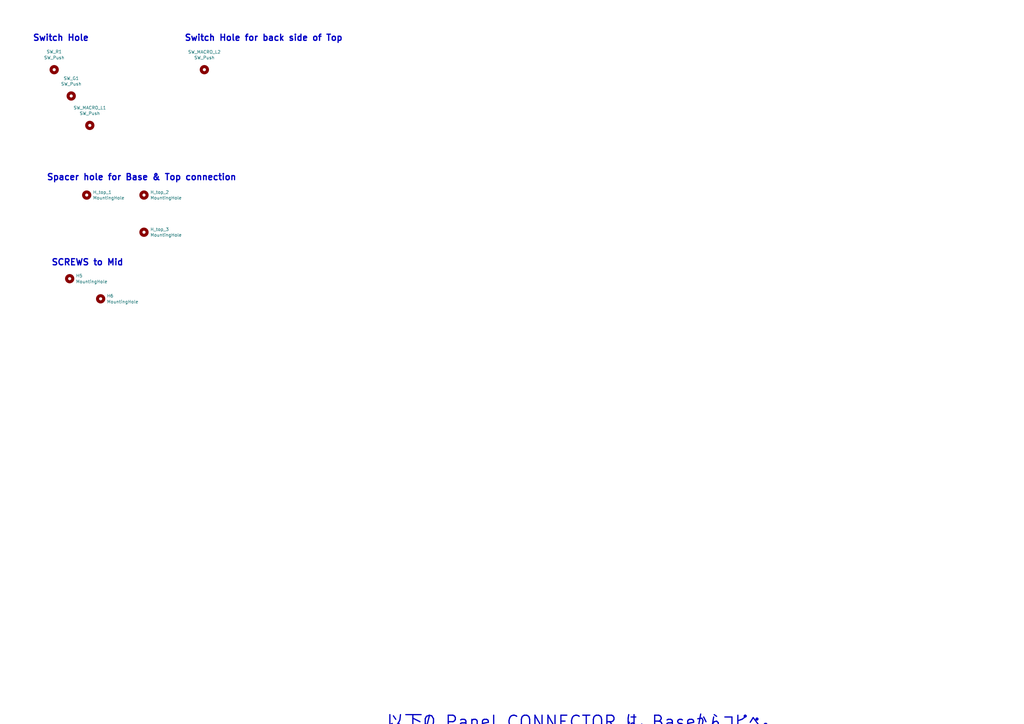
<source format=kicad_sch>
(kicad_sch (version 20231120) (generator "eeschema") (generator_version "8.0")
  (paper "A3")
  (title_block (title "Sandy") (date "2023-01-04") (rev "v.0") (company "@jpskenn"))
  (lib_symbols
    (symbol "Mechanical:MountingHole" (pin_names (offset 1.016)) (exclude_from_sim yes) (in_bom no)
      (property "Reference" "H" (at 0 5.08 0))
      (property "Value" "MountingHole" (at 0 3.175 0))
      (symbol "MountingHole_0_1"
        (circle (center 0 0) (radius 1.27) (stroke (width 1.27)))
      )
    )
  )
  (bus_alias "def-a" (members "row0" "row5" "col0" "col1"))
  (text "Switch Hole for back side of Top" (at 75.565 17.145 0) (effects (font (size 2.54 2.54) (thickness 0.508) (bold yes)) (justify left bottom)))
  (text "以下の Panel CONNECTOR は、Baseからコピペ。\nERCの警告「別パネルのラベルがどこにも接続されていない」は、無視してOK。\n\n！！！他の警告（ラベルかぶりとか）は、しっかりチェックせよ！！！" (at 158.115 323.85 0) (effects (font (size 5.08 5.08) (thickness 0.508) (bold yes)) (justify left bottom)))
  (text "SCREWS to Mid" (at 20.955 109.22 0) (effects (font (size 2.54 2.54) (thickness 0.508) (bold yes)) (justify left bottom)))
  (text "Spacer hole for Base & Top connection" (at 19.05 74.295 0) (effects (font (size 2.54 2.54) (thickness 0.508) (bold yes)) (justify left bottom)))
  (text "Switch Hole" (at 13.335 17.145 0) (effects (font (size 2.54 2.54) (thickness 0.508) (bold yes)) (justify left bottom)))
  (symbol (lib_id "Mechanical:MountingHole") (at 83.82 28.575 0) (unit 1) (exclude_from_sim yes) (in_bom no)
    (property "Reference" "SW_MACRO_L2" (at 83.82 21.336 0))
    (property "Value" "SW_Push" (at 83.82 23.6474 0))
    (property "Footprint" "locallib:MX-Switch-Hole-with-narrow-frame" (effects (hide yes)))
    (property "Description" "Mounting Hole without connection" (effects (hide yes)))
  )
  (symbol (lib_id "Mechanical:MountingHole") (at 59.055 95.25 0) (unit 1) (exclude_from_sim yes) (in_bom no)
    (property "Reference" "H_top_3" (at 61.595 94.0816 0) (effects (justify left)))
    (property "Value" "MountingHole" (at 61.595 96.393 0) (effects (justify left)))
    (property "Footprint" "MountingHole:MountingHole_4.3mm_M4" (effects (hide yes)))
    (property "Description" "Mounting Hole without connection" (effects (hide yes)))
  )
  (symbol (lib_id "Mechanical:MountingHole") (at 22.225 28.575 0) (unit 1) (exclude_from_sim yes) (in_bom no)
    (property "Reference" "SW_R1" (at 22.225 21.209 0))
    (property "Value" "SW_Push" (at 22.225 23.6474 0))
    (property "Footprint" "locallib:MX-Switch-Hole-with-narrow-frame" (effects (hide yes)))
    (property "Description" "Mounting Hole without connection" (effects (hide yes)))
  )
  (symbol (lib_id "Mechanical:MountingHole") (at 35.56 80.01 0) (unit 1) (exclude_from_sim yes) (in_bom no)
    (property "Reference" "H_top_1" (at 38.1 78.8416 0) (effects (justify left)))
    (property "Value" "MountingHole" (at 38.1 81.153 0) (effects (justify left)))
    (property "Footprint" "MountingHole:MountingHole_4.3mm_M4" (effects (hide yes)))
    (property "Description" "Mounting Hole without connection" (effects (hide yes)))
  )
  (symbol (lib_id "Mechanical:MountingHole") (at 41.275 122.555 0) (unit 1) (exclude_from_sim yes) (in_bom no)
    (property "Reference" "H6" (at 43.815 121.3428 0) (effects (justify left)))
    (property "Value" "MountingHole" (at 43.815 123.7671 0) (effects (justify left)))
    (property "Footprint" "MountingHole:MountingHole_2.2mm_M2" (effects (hide yes)))
    (property "Description" "Mounting Hole without connection" (effects (hide yes)))
  )
  (symbol (lib_id "Mechanical:MountingHole") (at 28.575 114.3 0) (unit 1) (exclude_from_sim yes) (in_bom no)
    (property "Reference" "H5" (at 31.115 113.0878 0) (effects (justify left)))
    (property "Value" "MountingHole" (at 31.115 115.5121 0) (effects (justify left)))
    (property "Footprint" "MountingHole:MountingHole_2.2mm_M2" (effects (hide yes)))
    (property "Description" "Mounting Hole without connection" (effects (hide yes)))
  )
  (symbol (lib_id "Mechanical:MountingHole") (at 59.055 80.01 0) (unit 1) (exclude_from_sim yes) (in_bom no)
    (property "Reference" "H_top_2" (at 61.595 78.8416 0) (effects (justify left)))
    (property "Value" "MountingHole" (at 61.595 81.153 0) (effects (justify left)))
    (property "Footprint" "MountingHole:MountingHole_4.3mm_M4" (effects (hide yes)))
    (property "Description" "Mounting Hole without connection" (effects (hide yes)))
  )
  (symbol (lib_id "Mechanical:MountingHole") (at 29.21 39.37 0) (unit 1) (exclude_from_sim yes) (in_bom no)
    (property "Reference" "SW_G1" (at 29.21 32.131 0))
    (property "Value" "SW_Push" (at 29.21 34.4424 0))
    (property "Footprint" "locallib:MX-Switch-Hole-with-narrow-frame" (effects (hide yes)))
    (property "Description" "Mounting Hole without connection" (effects (hide yes)))
  )
  (symbol (lib_id "Mechanical:MountingHole") (at 36.83 51.435 0) (unit 1) (exclude_from_sim yes) (in_bom no)
    (property "Reference" "SW_MACRO_L1" (at 36.83 44.196 0))
    (property "Value" "SW_Push" (at 36.83 46.5074 0))
    (property "Footprint" "locallib:MX-Switch-Hole-with-narrow-frame" (effects (hide yes)))
    (property "Description" "Mounting Hole without connection" (effects (hide yes)))
  )
)
</source>
